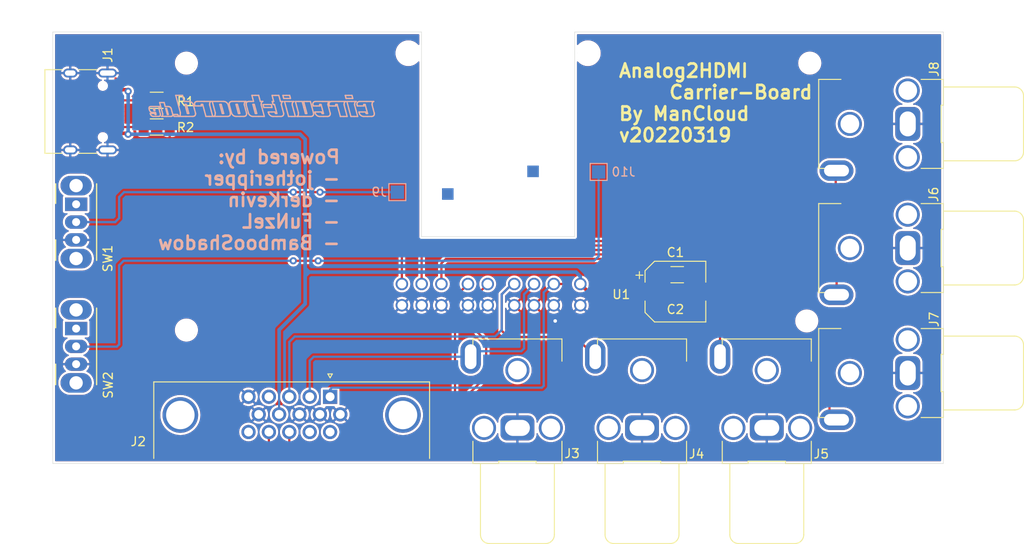
<source format=kicad_pcb>
(kicad_pcb (version 20211014) (generator pcbnew)
  (layers (0 "F.Cu" signal) (31 "B.Cu" signal) (34 "B.Paste" user) (35 "F.Paste" user) (36 "B.SilkS" user "B.Silkscreen") (37 "F.SilkS" user "F.Silkscreen") (38 "B.Mask" user) (39 "F.Mask" user) (44 "Edge.Cuts" user))
  (net 0 "")
  (net 1 "GND")
  (net 2 "+5V")
  (net 3 "Net-(J1-PadA5)")
  (net 5 "/VS")
  (net 6 "/HS")
  (net 7 "/B|Pb")
  (net 8 "/G|Y")
  (net 9 "/R|Pr")
  (net 10 "/AUDIO_R")
  (net 11 "/AUDIO_L")
  (net 12 "/SPDIF")
  (net 13 "/~{RGBHV}")
  (net 14 "/~{ANALOG}")
  (net 27 "Net-(J1-PadB5)")
  (footprint "Connector_USB:USB_C_Receptacle_HRO_TYPE-C-31-M-12" (layer "F.Cu") (at 103.01 60.435 -90)
    (fp_text reference "J1" (at -6.333 -3.162 90) (layer "F.SilkS"))
    (fp_text value "USB_C_Receptacle_USB2.0")
    (pad "" np_thru_hole circle locked (at -2.89 -2.6 270) (size 0.65 0.65) (drill 0.65) (layers *.Cu *.Mask))
    (pad "" np_thru_hole circle locked (at 2.89 -2.6 270) (size 0.65 0.65) (drill 0.65) (layers *.Cu *.Mask))
    (pad "A1" smd rect locked (at -3.25 -4.045 270) (size 0.6 1.45) (layers "F.Cu" "F.Paste" "F.Mask") (net 1 "GND"))
    (pad "A4" smd rect locked (at -2.45 -4.045 270) (size 0.6 1.45) (layers "F.Cu" "F.Paste" "F.Mask") (net 2 "+5V"))
    (pad "A5" smd rect locked (at -1.25 -4.045 270) (size 0.3 1.45) (layers "F.Cu" "F.Paste" "F.Mask") (net 3 "Net-(J1-PadA5)"))
    (pad "A6" smd rect locked (at -0.25 -4.045 270) (size 0.3 1.45) (layers "F.Cu" "F.Paste" "F.Mask"))
    (pad "A7" smd rect locked (at 0.25 -4.045 270) (size 0.3 1.45) (layers "F.Cu" "F.Paste" "F.Mask"))
    (pad "A8" smd rect locked (at 1.25 -4.045 270) (size 0.3 1.45) (layers "F.Cu" "F.Paste" "F.Mask"))
    (pad "A9" smd rect locked (at 2.45 -4.045 270) (size 0.6 1.45) (layers "F.Cu" "F.Paste" "F.Mask") (net 2 "+5V"))
    (pad "A12" smd rect locked (at 3.25 -4.045 270) (size 0.6 1.45) (layers "F.Cu" "F.Paste" "F.Mask") (net 1 "GND"))
    (pad "B1" smd rect locked (at 3.25 -4.045 270) (size 0.6 1.45) (layers "F.Cu" "F.Paste" "F.Mask") (net 1 "GND"))
    (pad "B4" smd rect locked (at 2.45 -4.045 270) (size 0.6 1.45) (layers "F.Cu" "F.Paste" "F.Mask") (net 2 "+5V"))
    (pad "B5" smd rect locked (at 1.75 -4.045 270) (size 0.3 1.45) (layers "F.Cu" "F.Paste" "F.Mask") (net 27 "Net-(J1-PadB5)"))
    (pad "B6" smd rect locked (at 0.75 -4.045 270) (size 0.3 1.45) (layers "F.Cu" "F.Paste" "F.Mask"))
    (pad "B7" smd rect locked (at -0.75 -4.045 270) (size 0.3 1.45) (layers "F.Cu" "F.Paste" "F.Mask"))
    (pad "B8" smd rect locked (at -1.75 -4.045 270) (size 0.3 1.45) (layers "F.Cu" "F.Paste" "F.Mask"))
    (pad "B9" smd rect locked (at -2.45 -4.045 270) (size 0.6 1.45) (layers "F.Cu" "F.Paste" "F.Mask") (net 2 "+5V"))
    (pad "B12" smd rect locked (at -3.25 -4.045 270) (size 0.6 1.45) (layers "F.Cu" "F.Paste" "F.Mask") (net 1 "GND"))
    (pad "S1" thru_hole oval locked (at -4.32 -3.13 270) (size 1 2.1) (drill oval 0.6 1.7) (layers *.Cu *.Mask) (net 1 "GND"))
    (pad "S1" thru_hole oval locked (at 4.32 -3.13 270) (size 1 2.1) (drill oval 0.6 1.7) (layers *.Cu *.Mask) (net 1 "GND"))
    (pad "S1" thru_hole oval locked (at -4.32 1.05 270) (size 1 1.6) (drill oval 0.6 1.2) (layers *.Cu *.Mask) (net 1 "GND"))
    (pad "S1" thru_hole oval locked (at 4.32 1.05 270) (size 1 1.6) (drill oval 0.6 1.2) (layers *.Cu *.Mask) (net 1 "GND"))
  )
  (footprint "Button_Switch_THT:SW_CuK_OS102011MA1QN1_SPDT_Angled" (layer "F.Cu") (at 102.616 70.866 -90)
    (fp_text reference "SW1" (at 6.096 -3.556 90) (layer "F.SilkS"))
    (fp_text value "SW_Push_SPDT")
    (pad "" thru_hole oval locked (at 6.1 0 270) (size 2.2 3.5) (drill 1.5) (layers *.Cu *.Mask))
    (pad "" thru_hole oval locked (at -2.1 0 270) (size 2.2 3.5) (drill 1.5) (layers *.Cu *.Mask))
    (pad "1" thru_hole rect locked (at 0 0 270) (size 1.5 2.5) (drill 0.9) (layers *.Cu *.Mask))
    (pad "2" thru_hole oval locked (at 2 0 270) (size 1.5 2.5) (drill 0.9) (layers *.Cu *.Mask) (net 13 "/~{RGBHV}"))
    (pad "3" thru_hole oval locked (at 4 0 270) (size 1.5 2.5) (drill 0.9) (layers *.Cu *.Mask) (net 1 "GND"))
  )
  (footprint "Button_Switch_THT:SW_CuK_OS102011MA1QN1_SPDT_Angled" (layer "F.Cu") (at 102.616 84.836 -90)
    (fp_text reference "SW2" (at 6.35 -3.6 90) (layer "F.SilkS"))
    (fp_text value "SW_Push_SPDT")
    (pad "" thru_hole oval locked (at 6.1 0 270) (size 2.2 3.5) (drill 1.5) (layers *.Cu *.Mask))
    (pad "" thru_hole oval locked (at -2.1 0 270) (size 2.2 3.5) (drill 1.5) (layers *.Cu *.Mask))
    (pad "1" thru_hole rect locked (at 0 0 270) (size 1.5 2.5) (drill 0.9) (layers *.Cu *.Mask))
    (pad "2" thru_hole oval locked (at 2 0 270) (size 1.5 2.5) (drill 0.9) (layers *.Cu *.Mask) (net 14 "/~{ANALOG}"))
    (pad "3" thru_hole oval locked (at 4 0 270) (size 1.5 2.5) (drill 0.9) (layers *.Cu *.Mask) (net 1 "GND"))
  )
  (footprint "Resistor_SMD:R_1206_3216Metric" (layer "F.Cu") (at 111.661249 59.179228 180)
    (fp_text reference "R1" (at -3.2575 -0.14) (layer "F.SilkS"))
    (fp_text value "5k1")
    (pad "1" smd roundrect locked (at -1.4625 0 180) (size 1.125 1.75) (layers "F.Cu" "F.Paste" "F.Mask") (roundrect_rratio 0.2222222222) (net 1 "GND"))
    (pad "2" smd roundrect locked (at 1.4625 0 180) (size 1.125 1.75) (layers "F.Cu" "F.Paste" "F.Mask") (roundrect_rratio 0.2222222222) (net 3 "Net-(J1-PadA5)"))
  )
  (footprint "MountingHole:MountingHole_2.1mm" (layer "F.Cu") (at 184.661249 83.979228)
    (fp_text reference "H4" (at 0 0.09) (layer "F.SilkS"))
    (fp_text value "MountingHole")
    (pad "" np_thru_hole circle locked (at 0 0) (size 2.1 2.1) (drill 2.1) (layers *.Cu *.Mask))
  )
  (footprint "MountingHole:MountingHole_2.1mm" (layer "F.Cu") (at 185 55)
    (fp_text reference "H3" (at 0 0.118) (layer "F.SilkS"))
    (fp_text value "MountingHole")
    (pad "" np_thru_hole circle locked (at 0 0) (size 2.1 2.1) (drill 2.1) (layers *.Cu *.Mask))
  )
  (footprint "Connector_Coaxial:AV-8.4-9" (layer "F.Cu") (at 196 75.785)
    (fp_text reference "J6" (at 2.911249 -6.030772 90) (layer "F.SilkS"))
    (fp_text value "Conn_Coaxial")
    (pad "" np_thru_hole circle (at -6.5 0) (size 2.7 2.7) (drill 2.1) (layers F&B.Cu *.Mask))
    (pad "" np_thru_hole circle (at 0 -3.75) (size 2.7 2.7) (drill 2.1) (layers F&B.Cu *.Mask))
    (pad "" np_thru_hole circle (at 0 3.75) (size 2.7 2.7) (drill 2.1) (layers F&B.Cu *.Mask))
    (pad "1" thru_hole oval (at -8 5.25) (size 3.8 2.3) (drill oval 2.8 1.3) (layers *.Cu *.Mask) (net 10 "/AUDIO_R"))
    (pad "2" thru_hole roundrect (at 0 0 270) (size 3.8 2.8) (drill oval 2.8 1.8) (layers *.Cu *.Mask) (net 1 "GND"))
  )
  (footprint "Connector_Coaxial:AV-8.4-9" (layer "F.Cu") (at 196 61.83)
    (fp_text reference "J8" (at 2.961249 -6.150772 90) (layer "F.SilkS"))
    (fp_text value "Conn_Coaxial")
    (pad "" np_thru_hole circle (at 0 3.75) (size 2.7 2.7) (drill 2.1) (layers F&B.Cu *.Mask))
    (pad "" np_thru_hole circle (at -6.5 0) (size 2.7 2.7) (drill 2.1) (layers F&B.Cu *.Mask))
    (pad "" np_thru_hole circle (at 0 -3.75) (size 2.7 2.7) (drill 2.1) (layers F&B.Cu *.Mask))
    (pad "1" thru_hole oval (at -8 5.25) (size 3.8 2.3) (drill oval 2.8 1.3) (layers *.Cu *.Mask) (net 12 "/SPDIF"))
    (pad "2" thru_hole roundrect (at 0 0 270) (size 3.8 2.8) (drill oval 2.8 1.8) (layers *.Cu *.Mask) (net 1 "GND"))
  )
  (footprint "Connector_Coaxial:AV-8.4-9" (layer "F.Cu") (at 196 89.83)
    (fp_text reference "J7" (at 2.961249 -6.025772 90) (layer "F.SilkS"))
    (fp_text value "Conn_Coaxial")
    (pad "" np_thru_hole circle (at -6.5 0) (size 2.7 2.7) (drill 2.1) (layers F&B.Cu *.Mask))
    (pad "" np_thru_hole circle (at 0 3.75) (size 2.7 2.7) (drill 2.1) (layers F&B.Cu *.Mask))
    (pad "" np_thru_hole circle (at 0 -3.75) (size 2.7 2.7) (drill 2.1) (layers F&B.Cu *.Mask))
    (pad "1" thru_hole oval (at -8 5.25) (size 3.8 2.3) (drill oval 2.8 1.3) (layers *.Cu *.Mask) (net 11 "/AUDIO_L"))
    (pad "2" thru_hole roundrect (at 0 0 270) (size 3.8 2.8) (drill oval 2.8 1.8) (layers *.Cu *.Mask) (net 1 "GND"))
  )
  (footprint "MountingHole:MountingHole_2.1mm" (layer "F.Cu") (at 115 55)
    (fp_text reference "H1" (at 0.062 0.118) (layer "F.SilkS"))
    (fp_text value "MountingHole")
    (pad "" np_thru_hole circle locked (at 0 0) (size 2.1 2.1) (drill 2.1) (layers *.Cu *.Mask))
  )
  (footprint "MountingHole:MountingHole_2.1mm" (layer "F.Cu") (at 115 85)
    (fp_text reference "H2" (at 0.062 0.09) (layer "F.SilkS"))
    (fp_text value "MountingHole")
    (pad "" np_thru_hole circle locked (at 0 0) (size 2.1 2.1) (drill 2.1) (layers *.Cu *.Mask))
  )
  (footprint "Connector_Coaxial:AV-8.4-9" (layer "F.Cu") (at 180.17 96 -90)
    (fp_text reference "J5" (at 2.929228 -6.116249) (layer "F.SilkS"))
    (fp_text value "Conn_Coaxial")
    (pad "" np_thru_hole circle (at -6.5 0 270) (size 2.7 2.7) (drill 2.1) (layers F&B.Cu *.Mask))
    (pad "" np_thru_hole circle (at 0 3.75 270) (size 2.7 2.7) (drill 2.1) (layers F&B.Cu *.Mask))
    (pad "" np_thru_hole circle (at 0 -3.75 270) (size 2.7 2.7) (drill 2.1) (layers F&B.Cu *.Mask))
    (pad "1" thru_hole oval (at -8 5.25 270) (size 3.8 2.3) (drill oval 2.8 1.3) (layers *.Cu *.Mask) (net 9 "/R|Pr"))
    (pad "2" thru_hole roundrect (at 0 0 180) (size 3.8 2.8) (drill oval 2.8 1.8) (layers *.Cu *.Mask) (net 1 "GND"))
  )
  (footprint "Connector_Coaxial:AV-8.4-9" (layer "F.Cu") (at 152.17 96 -90)
    (fp_text reference "J3" (at 2.879228 -6.141249) (layer "F.SilkS"))
    (fp_text value "Conn_Coaxial")
    (pad "" np_thru_hole circle (at 0 -3.75 270) (size 2.7 2.7) (drill 2.1) (layers F&B.Cu *.Mask))
    (pad "" np_thru_hole circle (at -6.5 0 270) (size 2.7 2.7) (drill 2.1) (layers F&B.Cu *.Mask))
    (pad "" np_thru_hole circle (at 0 3.75 270) (size 2.7 2.7) (drill 2.1) (layers F&B.Cu *.Mask))
    (pad "1" thru_hole oval (at -8 5.25 270) (size 3.8 2.3) (drill oval 2.8 1.3) (layers *.Cu *.Mask) (net 8 "/G|Y"))
    (pad "2" thru_hole roundrect (at 0 0 180) (size 3.8 2.8) (drill oval 2.8 1.8) (layers *.Cu *.Mask) (net 1 "GND"))
  )
  (footprint "Analog2HDMI:Analog2HDMI" (layer "F.Cu") (at 150 67.96)
    (fp_text reference "U1" (at 13.83 13.042) (layer "F.SilkS"))
    (fp_text value "Analog2HDMI")
    (pad "" np_thru_hole circle locked (at 10.075 -14.075 90) (size 2.4 2.4) (drill 2.4) (layers *.Cu *.Mask))
    (pad "" np_thru_hole circle locked (at -10.075 -14.075) (size 2.4 2.4) (drill 2.4) (layers *.Cu *.Mask))
    (pad "1" thru_hole circle locked (at -10.805 11.865 90) (size 1.4 1.4) (drill 1) (layers *.Cu *.Mask) (net 12 "/SPDIF"))
    (pad "2" thru_hole circle locked (at -8.585 11.865 90) (size 1.4 1.4) (drill 1) (layers *.Cu *.Mask) (net 10 "/AUDIO_R"))
    (pad "3" thru_hole circle locked (at -6.365 11.865 90) (size 1.4 1.4) (drill 1) (layers *.Cu *.Mask) (net 11 "/AUDIO_L"))
    (pad "4" thru_hole circle locked (at -3.385 11.865 90) (size 1.4 1.4) (drill 1) (layers *.Cu *.Mask) (net 6 "/HS"))
    (pad "5" thru_hole circle locked (at -1.165 11.865 90) (size 1.4 1.4) (drill 1) (layers *.Cu *.Mask) (net 5 "/VS"))
    (pad "6" thru_hole circle locked (at 1.815 11.865 90) (size 1.4 1.4) (drill 1) (layers *.Cu *.Mask) (net 7 "/B|Pb"))
    (pad "7" thru_hole circle locked (at 4.035 11.865 90) (size 1.4 1.4) (drill 1) (layers *.Cu *.Mask) (net 8 "/G|Y"))
    (pad "8" thru_hole circle locked (at 6.255 11.865 90) (size 1.4 1.4) (drill 1) (layers *.Cu *.Mask) (net 9 "/R|Pr"))
    (pad "9" thru_hole circle locked (at 9.235 11.865 90) (size 1.4 1.4) (drill 1) (layers *.Cu *.Mask) (net 2 "+5V"))
    (pad "10" thru_hole circle locked (at 9.235 14.255 90) (size 1.4 1.4) (drill 1) (layers *.Cu *.Mask) (net 1 "GND"))
    (pad "10" thru_hole circle locked (at 6.255 14.255 90) (size 1.4 1.4) (drill 1) (layers *.Cu *.Mask) (net 1 "GND"))
    (pad "10" thru_hole circle locked (at -8.585 14.255 90) (size 1.4 1.4) (drill 1) (layers *.Cu *.Mask) (net 1 "GND"))
    (pad "10" thru_hole circle locked (at -6.365 14.255 90) (size 1.4 1.4) (drill 1) (layers *.Cu *.Mask) (net 1 "GND"))
    (pad "10" thru_hole circle locked (at -1.165 14.255 90) (size 1.4 1.4) (drill 1) (layers *.Cu *.Mask) (net 1 "GND"))
    (pad "10" thru_hole circle locked (at 4.035 14.255 90) (size 1.4 1.4) (drill 1) (layers *.Cu *.Mask) (net 1 "GND"))
    (pad "10" thru_hole circle locked (at -10.805 14.255 90) (size 1.4 1.4) (drill 1) (layers *.Cu *.Mask) (net 1 "GND"))
    (pad "10" thru_hole circle locked (at -3.385 14.255 90) (size 1.4 1.4) (drill 1) (layers *.Cu *.Mask) (net 1 "GND"))
    (pad "10" thru_hole circle locked (at 1.815 14.255 90) (size 1.4 1.4) (drill 1) (layers *.Cu *.Mask) (net 1 "GND"))
    (pad "11" smd rect locked (at 3.925 -0.795 90) (size 1.3 1.3) (layers "B.Cu" "B.Paste" "B.Mask") (net 14 "/~{ANALOG}"))
    (pad "12" smd rect locked (at -5.65 1.75 90) (size 1.3 1.3) (layers "B.Cu" "B.Paste" "B.Mask") (net 13 "/~{RGBHV}"))
  )
  (footprint "Connector_Dsub:DSUB-15-HD_Female_Horizontal_P2.29x1.98mm_EdgePinOffset3.03mm_Housed_MountingHolesOffset4.94mm" (layer "F.Cu") (at 131.13395 92.499005)
    (fp_text reference "J2" (at -21.538 5.036) (layer "F.SilkS"))
    (fp_text value "DB15_Female_HighDensity_MountingHoles")
    (pad "0" thru_hole circle locked (at 8.185 2.05) (size 4 4) (drill 3.2) (layers *.Cu *.Mask))
    (pad "0" thru_hole circle locked (at -16.815 2.05) (size 4 4) (drill 3.2) (layers *.Cu *.Mask))
    (pad "1" thru_hole rect locked (at 0 0) (size 1.6 1.6) (drill 1) (layers *.Cu *.Mask) (net 9 "/R|Pr"))
    (pad "2" thru_hole circle locked (at -2.29 0) (size 1.6 1.6) (drill 1) (layers *.Cu *.Mask) (net 8 "/G|Y"))
    (pad "3" thru_hole circle locked (at -4.58 0) (size 1.6 1.6) (drill 1) (layers *.Cu *.Mask) (net 7 "/B|Pb"))
    (pad "4" thru_hole circle locked (at -6.87 0) (size 1.6 1.6) (drill 1) (layers *.Cu *.Mask))
    (pad "5" thru_hole circle locked (at -9.16 0) (size 1.6 1.6) (drill 1) (layers *.Cu *.Mask) (net 1 "GND"))
    (pad "6" thru_hole circle locked (at 1.145 1.98) (size 1.6 1.6) (drill 1) (layers *.Cu *.Mask) (net 1 "GND"))
    (pad "7" thru_hole circle locked (at -1.145 1.98) (size 1.6 1.6) (drill 1) (layers *.Cu *.Mask) (net 1 "GND"))
    (pad "8" thru_hole circle locked (at -3.435 1.98) (size 1.6 1.6) (drill 1) (layers *.Cu *.Mask) (net 1 "GND"))
    (pad "9" thru_hole circle locked (at -5.725 1.98) (size 1.6 1.6) (drill 1) (layers *.Cu *.Mask) (net 2 "+5V"))
    (pad "10" thru_hole circle locked (at -8.015 1.98) (size 1.6 1.6) (drill 1) (layers *.Cu *.Mask) (net 1 "GND"))
    (pad "11" thru_hole circle locked (at 0 3.96) (size 1.6 1.6) (drill 1) (layers *.Cu *.Mask))
    (pad "12" thru_hole circle locked (at -2.29 3.96) (size 1.6 1.6) (drill 1) (layers *.Cu *.Mask))
    (pad "13" thru_hole circle locked (at -4.58 3.96) (size 1.6 1.6) (drill 1) (layers *.Cu *.Mask) (net 6 "/HS"))
    (pad "14" thru_hole circle locked (at -6.87 3.96) (size 1.6 1.6) (drill 1) (layers *.Cu *.Mask) (net 5 "/VS"))
    (pad "15" thru_hole circle locked (at -9.16 3.96) (size 1.6 1.6) (drill 1) (layers *.Cu *.Mask))
  )
  (footprint "Connector_Coaxial:AV-8.4-9" (layer "F.Cu") (at 166.161249 96 -90)
    (fp_text reference "J4" (at 2.929228 -6.125 180) (layer "F.SilkS"))
    (fp_text value "Conn_Coaxial")
    (pad "" np_thru_hole circle (at 0 3.75 270) (size 2.7 2.7) (drill 2.1) (layers F&B.Cu *.Mask))
    (pad "" np_thru_hole circle (at -6.5 0 270) (size 2.7 2.7) (drill 2.1) (layers F&B.Cu *.Mask))
    (pad "" np_thru_hole circle (at 0 -3.75 270) (size 2.7 2.7) (drill 2.1) (layers F&B.Cu *.Mask))
    (pad "1" thru_hole oval (at -8 5.25 270) (size 3.8 2.3) (drill oval 2.8 1.3) (layers *.Cu *.Mask) (net 7 "/B|Pb"))
    (pad "2" thru_hole roundrect (at 0 0 180) (size 3.8 2.8) (drill oval 2.8 1.8) (layers *.Cu *.Mask) (net 1 "GND"))
  )
  (footprint "Capacitor_SMD:CP_Elec_6.3x7.7" (layer "F.Cu") (at 169.911249 80.679228)
    (fp_text reference "C2" (at 0 2) (layer "F.SilkS"))
    (fp_text value "C_Polarized")
    (pad "1" smd roundrect locked (at -2.7 0) (size 3.5 1.6) (layers "F.Cu" "F.Paste" "F.Mask") (roundrect_rratio 0.15625) (net 2 "+5V"))
    (pad "2" smd roundrect locked (at 2.7 0) (size 3.5 1.6) (layers "F.Cu" "F.Paste" "F.Mask") (roundrect_rratio 0.15625) (net 1 "GND"))
  )
  (footprint "Capacitor_SMD:C_1206_3216Metric_Pad1.33x1.80mm_HandSolder" (layer "F.Cu") (at 170.111249 78.779228)
    (fp_text reference "C1" (at -0.2 -2.5) (layer "F.SilkS"))
    (fp_text value "220u")
    (pad "1" smd roundrect locked (at -1.5625 0) (size 1.325 1.8) (layers "F.Cu" "F.Paste" "F.Mask") (roundrect_rratio 0.1886792453) (net 2 "+5V"))
    (pad "2" smd roundrect locked (at 1.5625 0) (size 1.325 1.8) (layers "F.Cu" "F.Paste" "F.Mask") (roundrect_rratio 0.1886792453) (net 1 "GND"))
  )
  (footprint "Resistor_SMD:R_1206_3216Metric" (layer "F.Cu") (at 111.661249 62.179228 180)
    (fp_text reference "R2" (at -3.25 -0.05) (layer "F.SilkS"))
    (fp_text value "5k1")
    (pad "1" smd roundrect locked (at -1.4625 0 180) (size 1.125 1.75) (layers "F.Cu" "F.Paste" "F.Mask") (roundrect_rratio 0.2222222222) (net 1 "GND"))
    (pad "2" smd roundrect locked (at 1.4625 0 180) (size 1.125 1.75) (layers "F.Cu" "F.Paste" "F.Mask") (roundrect_rratio 0.2222222222) (net 27 "Net-(J1-PadB5)"))
  )
  (footprint "TestPoint:TestPoint_Pad_1.5x1.5mm" (layer "B.Cu") (at 138.684 69.5)
    (fp_text reference "J9" (at -2.032 0) (layer "B.SilkS") (effects (justify mirror)))
    (fp_text value "Conn_01x01")
    (pad "1" smd rect locked (at 0 0) (size 1.5 1.5) (layers "B.Cu" "B.Mask") (net 13 "/~{RGBHV}"))
  )
  (footprint "TestPoint:TestPoint_Pad_1.5x1.5mm" (layer "B.Cu") (at 161.29 67.229228)
    (fp_text reference "J10" (at 2.794 0) (layer "B.SilkS") (effects (justify mirror)))
    (fp_text value "Conn_01x01")
    (pad "1" smd rect locked (at 0 0) (size 1.5 1.5) (layers "B.Cu" "B.Mask") (net 14 "/~{ANALOG}"))
  )
  (footprint "Eigene:Circuit-Board-Logo" (layer "B.Cu") (at 124.111249 59.879228 180)
    (fp_text reference "REF**" hide)
    (fp_text value "Circuit-Board-Logo")
  )
  (gr_line (start 100 100) (end 100 51.5) (layer "Edge.Cuts") (width 0.05))
  (gr_line (start 100 100) (end 200 100) (layer "Edge.Cuts") (width 0.05))
  (gr_line (start 141.4 51.5) (end 100 51.5) (layer "Edge.Cuts") (width 0.05))
  (gr_line (start 158.6 51.5) (end 200 51.5) (layer "Edge.Cuts") (width 0.05))
  (gr_line (start 141.4 51.5) (end 141.4 74.5) (layer "Edge.Cuts") (width 0.05))
  (gr_line (start 141.4 74.5) (end 158.6 74.5) (layer "Edge.Cuts") (width 0.05))
  (gr_line (start 200 100) (end 200 51.5) (layer "Edge.Cuts") (width 0.05))
  (gr_line (start 158.6 74.5) (end 158.6 51.5) (layer "Edge.Cuts") (width 0.05))
  (gr_text "Powered by:\n- jotheripper\n- derKevin\n- FuNzeL\n- BambooShadow" (at 132.411249 70.379228) (layer "B.SilkS") (effects (font (size 1.5 1.5) (thickness 0.3)) (justify left mirror)))
  (gr_text "Analog2HDMI \n	Carrier-Board\nBy ManCloud\nv20220319" (at 163.411249 59.479228) (layer "F.SilkS") (effects (font (size 1.5 1.5) (thickness 0.3)) (justify left)))
  (via (at 156.411249 83.979228) (size 0.8) (drill 0.4) (layers "F.Cu" "B.Cu") (net 1))
  (segment (start 154.035 82.215) (end 154.009416 82.215) (width 0.25) (layer "B.Cu") (net 1))
  (segment (start 108.277 57.985) (end 107.055 57.985) (width 0.4) (layer "F.Cu") (net 2))
  (segment (start 108.458 58.166) (end 108.277 57.985) (width 0.4) (layer "F.Cu") (net 2))
  (segment (start 160.089228 80.679228) (end 167.211249 80.679228) (width 0.4) (layer "F.Cu") (net 2))
  (segment (start 167.211249 80.679228) (end 167.211249 79.279228) (width 0.4) (layer "F.Cu") (net 2))
  (segment (start 108.351 62.885) (end 108.458 62.992) (width 0.4) (layer "F.Cu") (net 2))
  (segment (start 167.711249 78.779228) (end 168.548749 78.779228) (width 0.4) (layer "F.Cu") (net 2))
  (segment (start 167.211249 79.279228) (end 167.711249 78.779228) (width 0.4) (layer "F.Cu") (net 2))
  (segment (start 107.055 62.885) (end 108.351 62.885) (width 0.4) (layer "F.Cu") (net 2))
  (segment (start 159.235 79.825) (end 160.089228 80.679228) (width 0.4) (layer "F.Cu") (net 2))
  (via (at 108.458 58.166) (size 0.8) (drill 0.4) (layers "F.Cu" "B.Cu") (net 2))
  (via (at 108.458 62.992) (size 0.8) (drill 0.4) (layers "F.Cu" "B.Cu") (net 2))
  (segment (start 159.235 79.825) (end 159.235 78.971) (width 0.4) (layer "B.Cu") (net 2))
  (segment (start 128.335 79.183) (end 128.335 77.789) (width 0.4) (layer "B.Cu") (net 2))
  (segment (start 128.335 82.055477) (end 128.335 79.183) (width 0.4) (layer "B.Cu") (net 2))
  (segment (start 128.778 78.486) (end 128.335 78.929) (width 0.4) (layer "B.Cu") (net 2))
  (segment (start 128.778 78.486) (end 128.335 78.043) (width 0.4) (layer "B.Cu") (net 2))
  (segment (start 128.335 63.565) (end 127.762 62.992) (width 0.4) (layer "B.Cu") (net 2))
  (segment (start 158.75 78.486) (end 128.778 78.486) (width 0.4) (layer "B.Cu") (net 2))
  (segment (start 128.335 78.043) (end 128.335 77.789) (width 0.4) (layer "B.Cu") (net 2))
  (segment (start 159.235 78.971) (end 158.75 78.486) (width 0.4) (layer "B.Cu") (net 2))
  (segment (start 128.335 77.789) (end 128.335 63.565) (width 0.4) (layer "B.Cu") (net 2))
  (segment (start 108.458 62.992) (end 108.458 58.166) (width 0.4) (layer "B.Cu") (net 2))
  (segment (start 125.40895 91.979228) (end 125.40895 94.479005) (width 0.25) (layer "B.Cu") (net 2))
  (segment (start 125.411249 84.979228) (end 128.335 82.055477) (width 0.4) (layer "B.Cu") (net 2))
  (segment (start 127.762 62.992) (end 108.458 62.992) (width 0.4) (layer "B.Cu") (net 2))
  (segment (start 125.411249 91.979228) (end 125.411249 84.979228) (width 0.4) (layer "B.Cu") (net 2))
  (segment (start 128.335 78.929) (end 128.335 79.183) (width 0.4) (layer "B.Cu") (net 2))
  (segment (start 107.055 59.185) (end 110.192977 59.185) (width 0.25) (layer "F.Cu") (net 3))
  (segment (start 110.192977 59.185) (end 110.198749 59.179228) (width 0.25) (layer "F.Cu") (net 3))
  (segment (start 147.701 80.959) (end 147.701 85.268979) (width 0.25) (layer "F.Cu") (net 5))
  (segment (start 148.661249 90.229228) (end 146.411249 92.479228) (width 0.25) (layer "F.Cu") (net 5))
  (segment (start 148.835 79.825) (end 147.701 80.959) (width 0.25) (layer "F.Cu") (net 5))
  (segment (start 147.701 85.268979) (end 148.661249 86.229228) (width 0.25) (layer "F.Cu") (net 5))
  (segment (start 124.992021 99.06) (end 124.26395 98.331929) (width 0.25) (layer "F.Cu") (net 5))
  (segment (start 146.411249 98.479228) (end 145.830477 99.06) (width 0.25) (layer "F.Cu") (net 5))
  (segment (start 124.26395 98.331929) (end 124.26395 96.459005) (width 0.25) (layer "F.Cu") (net 5))
  (segment (start 146.411249 92.479228) (end 146.411249 98.479228) (width 0.25) (layer "F.Cu") (net 5))
  (segment (start 148.661249 86.229228) (end 148.661249 90.229228) (width 0.25) (layer "F.Cu") (net 5))
  (segment (start 145.830477 99.06) (end 124.992021 99.06) (width 0.25) (layer "F.Cu") (net 5))
  (segment (start 126.976021 98.044) (end 126.55395 97.621929) (width 0.25) (layer "F.Cu") (net 6))
  (segment (start 126.55395 97.621929) (end 126.55395 96.459005) (width 0.25) (layer "F.Cu") (net 6))
  (segment (start 145.161249 97.729228) (end 144.846477 98.044) (width 0.25) (layer "F.Cu") (net 6))
  (segment (start 145.161249 81.278751) (end 145.161249 97.729228) (width 0.25) (layer "F.Cu") (net 6))
  (segment (start 144.846477 98.044) (end 126.976021 98.044) (width 0.25) (layer "F.Cu") (net 6))
  (segment (start 146.615 79.825) (end 145.161249 81.278751) (width 0.25) (layer "F.Cu") (net 6))
  (segment (start 151.565477 79.825) (end 150.411249 80.979228) (width 0.25) (layer "F.Cu") (net 7))
  (segment (start 151.815 79.825) (end 151.565477 79.825) (width 0.25) (layer "F.Cu") (net 7))
  (segment (start 150.411249 80.979228) (end 150.411249 85.079228) (width 0.25) (layer "F.Cu") (net 7))
  (segment (start 150.411249 85.079228) (end 151.111249 85.779228) (width 0.25) (layer "F.Cu") (net 7))
  (segment (start 151.111249 85.779228) (end 158.699228 85.779228) (width 0.25) (layer "F.Cu") (net 7))
  (segment (start 158.699228 85.779228) (end 160.92 88) (width 0.25) (layer "F.Cu") (net 7))
  (segment (start 126.55395 86.336527) (end 126.55395 92.499005) (width 0.25) (layer "B.Cu") (net 7))
  (segment (start 127.161249 85.729228) (end 126.55395 86.336527) (width 0.25) (layer "B.Cu") (net 7))
  (segment (start 151.565477 79.825) (end 150.411249 80.979228) (width 0.25) (layer "B.Cu") (net 7))
  (segment (start 149.661249 85.729228) (end 127.161249 85.729228) (width 0.25) (layer "B.Cu") (net 7))
  (segment (start 150.411249 80.979228) (end 150.411249 84.979228) (width 0.25) (layer "B.Cu") (net 7))
  (segment (start 151.815 79.825) (end 151.565477 79.825) (width 0.25) (layer "B.Cu") (net 7))
  (segment (start 150.411249 84.979228) (end 149.661249 85.729228) (width 0.25) (layer "B.Cu") (net 7))
  (segment (start 146.92 88) (end 129.290477 88) (width 0.25) (layer "B.Cu") (net 8))
  (segment (start 152.911249 80.979228) (end 152.911249 87.067979) (width 0.25) (layer "B.Cu") (net 8))
  (segment (start 152.911249 87.067979) (end 152.6 87.379228) (width 0.25) (layer "B.Cu") (net 8))
  (segment (start 152.6 87.379228) (end 147.540772 87.379228) (width 0.25) (layer "B.Cu") (net 8))
  (segment (start 128.84395 88.446527) (end 128.84395 92.499005) (width 0.25) (layer "B.Cu") (net 8))
  (segment (start 154.035 79.825) (end 154.035 79.855477) (width 0.25) (layer "B.Cu") (net 8))
  (segment (start 154.035 79.855477) (end 152.911249 80.979228) (width 0.25) (layer "B.Cu") (net 8))
  (segment (start 129.290477 88) (end 128.84395 88.446527) (width 0.25) (layer "B.Cu") (net 8))
  (segment (start 147.540772 87.379228) (end 146.92 88) (width 0.25) (layer "B.Cu") (net 8))
  (segment (start 174.92 85.287979) (end 174.92 88) (width 0.25) (layer "F.Cu") (net 9))
  (segment (start 158.234 84.5) (end 174.132021 84.5) (width 0.25) (layer "F.Cu") (net 9))
  (segment (start 156.255 79.825) (end 157.325 79.825) (width 0.25) (layer "F.Cu") (net 9))
  (segment (start 157.734 84) (end 158.234 84.5) (width 0.25) (layer "F.Cu") (net 9))
  (segment (start 174.132021 84.5) (end 174.92 85.287979) (width 0.25) (layer "F.Cu") (net 9))
  (segment (start 157.325 79.825) (end 157.734 80.234) (width 0.25) (layer "F.Cu") (net 9))
  (segment (start 157.734 80.234) (end 157.734 84) (width 0.25) (layer "F.Cu") (net 9))
  (segment (start 155.1305 80.759977) (end 155.1305 91.259977) (width 0.25) (layer "B.Cu") (net 9))
  (segment (start 154.911249 91.479228) (end 131.33395 91.479228) (width 0.25) (layer "B.Cu") (net 9))
  (segment (start 131.13395 91.679228) (end 131.13395 92.499005) (width 0.25) (layer "B.Cu") (net 9))
  (segment (start 156.255 79.825) (end 156.065477 79.825) (width 0.25) (layer "B.Cu") (net 9))
  (segment (start 156.065477 79.825) (end 155.1305 80.759977) (width 0.25) (layer "B.Cu") (net 9))
  (segment (start 155.1305 91.259977) (end 154.911249 91.479228) (width 0.25) (layer "B.Cu") (net 9))
  (segment (start 131.33395 91.479228) (end 131.13395 91.679228) (width 0.25) (layer "B.Cu") (net 9))
  (segment (start 188.011249 81.023751) (end 188.011249 76.579228) (width 0.25) (layer "F.Cu") (net 10))
  (segment (start 141.415 76.475477) (end 141.415 79.825) (width 0.25) (layer "F.Cu") (net 10))
  (segment (start 141.890477 76) (end 141.415 76.475477) (width 0.25) (layer "F.Cu") (net 10))
  (segment (start 187.432021 76) (end 141.890477 76) (width 0.25) (layer "F.Cu") (net 10))
  (segment (start 188.011249 76.579228) (end 187.432021 76) (width 0.25) (layer "F.Cu") (net 10))
  (segment (start 188 81.035) (end 188.011249 81.023751) (width 0.25) (layer "F.Cu") (net 10))
  (segment (start 187.211249 87.879228) (end 187.211249 94.291249) (width 0.25) (layer "F.Cu") (net 11))
  (segment (start 182.811249 87.379228) (end 186.711249 87.379228) (width 0.25) (layer "F.Cu") (net 11))
  (segment (start 182.311249 77.629228) (end 182.311249 86.879228) (width 0.25) (layer "F.Cu") (net 11))
  (segment (start 143.635 79.825) (end 143.635 77.505477) (width 0.25) (layer "F.Cu") (net 11))
  (segment (start 186.711249 87.379228) (end 187.211249 87.879228) (width 0.25) (layer "F.Cu") (net 11))
  (segment (start 144.140477 77) (end 181.682021 77) (width 0.25) (layer "F.Cu") (net 11))
  (segment (start 143.635 77.505477) (end 144.140477 77) (width 0.25) (layer "F.Cu") (net 11))
  (segment (start 187.211249 94.291249) (end 188 95.08) (width 0.25) (layer "F.Cu") (net 11))
  (segment (start 181.682021 77) (end 182.311249 77.629228) (width 0.25) (layer "F.Cu") (net 11))
  (segment (start 182.311249 86.879228) (end 182.811249 87.379228) (width 0.25) (layer "F.Cu") (net 11))
  (segment (start 187.911249 74.43826) (end 187.911249 67.168751) (width 0.25) (layer "F.Cu") (net 12))
  (segment (start 139.195 79.825) (end 139.195 75.445477) (width 0.25) (layer "F.Cu") (net 12))
  (segment (start 139.640477 75) (end 187.349509 75) (width 0.25) (layer "F.Cu") (net 12))
  (segment (start 187.349509 75) (end 187.911249 74.43826) (width 0.25) (layer "F.Cu") (net 12))
  (segment (start 139.195 75.445477) (end 139.640477 75) (width 0.25) (layer "F.Cu") (net 12))
  (segment (start 187.911249 67.168751) (end 188 67.08) (width 0.25) (layer "F.Cu") (net 12))
  (segment (start 127 69.5) (end 130 69.5) (width 0.25) (layer "F.Cu") (net 13))
  (via (at 127 69.5) (size 0.8) (drill 0.4) (layers "F.Cu" "B.Cu") (net 13))
  (via (at 130 69.5) (size 0.8) (drill 0.4) (layers "F.Cu" "B.Cu") (net 13))
  (segment (start 106.998 72.866) (end 102.616 72.866) (width 0.25) (layer "B.Cu") (net 13))
  (segment (start 107.442 72.422) (end 106.998 72.866) (width 0.25) (layer "B.Cu") (net 13))
  (segment (start 130 69.5) (end 138.684 69.5) (width 0.25) (layer "B.Cu") (net 13))
  (segment (start 107.442 70.058) (end 107.442 72.422) (width 0.25) (layer "B.Cu") (net 13))
  (segment (start 108 69.5) (end 107.442 70.058) (width 0.25) (layer "B.Cu") (net 13))
  (segment (start 127 69.5) (end 108 69.5) (width 0.25) (layer "B.Cu") (net 13))
  (segment (start 127 77.216) (end 129.794 77.216) (width 0.25) (layer "F.Cu") (net 14))
  (via (at 127 77.216) (size 0.8) (drill 0.4) (layers "F.Cu" "B.Cu") (net 14))
  (via (at 129.794 77.216) (size 0.8) (drill 0.4) (layers "F.Cu" "B.Cu") (net 14))
  (segment (start 102.648 86.868) (end 107.188 86.868) (width 0.25) (layer "B.Cu") (net 14))
  (segment (start 160.782 77.216) (end 129.794 77.216) (width 0.25) (layer "B.Cu") (net 14))
  (segment (start 161.29 67.229228) (end 161.29 76.708) (width 0.25) (layer "B.Cu") (net 14))
  (segment (start 107.442 86.614) (end 107.442 77.724) (width 0.25) (layer "B.Cu") (net 14))
  (segment (start 107.442 77.724) (end 107.95 77.216) (width 0.25) (layer "B.Cu") (net 14))
  (segment (start 107.95 77.216) (end 127 77.216) (width 0.25) (layer "B.Cu") (net 14))
  (segment (start 107.188 86.868) (end 107.442 86.614) (width 0.25) (layer "B.Cu") (net 14))
  (segment (start 102.616 86.836) (end 102.648 86.868) (width 0.25) (layer "B.Cu") (net 14))
  (segment (start 161.29 76.708) (end 160.782 77.216) (width 0.25) (layer "B.Cu") (net 14))
  (segment (start 110.192977 62.185) (end 110.198749 62.179228) (width 0.25) (layer "F.Cu") (net 27))
  (segment (start 107.055 62.185) (end 110.192977 62.185) (width 0.25) (layer "F.Cu") (net 27))
  (zone (net 1) (net_name "GND") (layers F&B.Cu) (connect_pads (clearance 0.254)) (min_thickness 0.127) (fill yes (thermal_gap 0.254) (thermal_bridge_width 0.254) (island_removal_mode 1) (island_area_min 0))
    (polygon (pts (xy 141.478 74.5) (xy 158.5 74.5) (xy 158.496 51.562) (xy 199.898 51.562) (xy 199.898 99.822) (xy 100.076 99.822) (xy 100.076 51.562) (xy 141.478 51.562)))
  )
)
</source>
